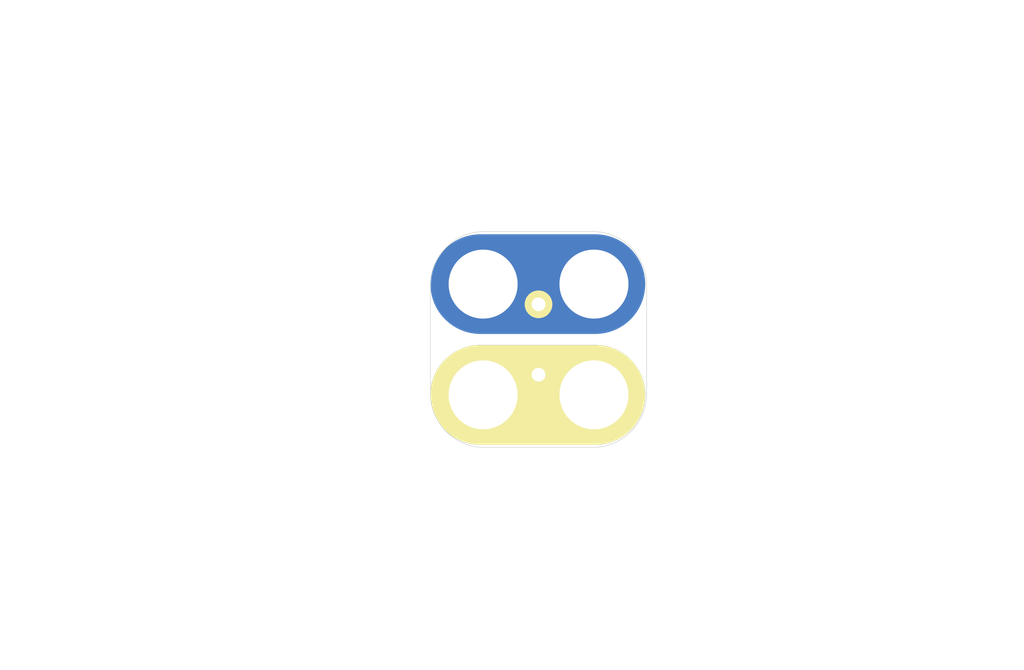
<source format=kicad_pcb>
(kicad_pcb (version 4) (host pcbnew 4.0.5-e0-6337~49~ubuntu16.04.1)

  (general
    (links 0)
    (no_connects 0)
    (area 104.572999 74.854999 178.510001 123.265001)
    (thickness 1.6)
    (drawings 17)
    (tracks 0)
    (zones 0)
    (modules 1)
    (nets 1)
  )

  (page USLetter)
  (title_block
    (title "2x2 All-Purpose 5mm Pitch Module")
    (date "13 Jan 2017")
    (rev 1.0)
    (company "All rights reserved.")
    (comment 1 help@browndoggadgets.com)
    (comment 2 http://browndoggadgets.com/)
    (comment 3 "Brown Dog Gadgets")
  )

  (layers
    (0 F.Cu signal)
    (31 B.Cu signal)
    (34 B.Paste user)
    (35 F.Paste user)
    (36 B.SilkS user)
    (37 F.SilkS user)
    (38 B.Mask user)
    (39 F.Mask user)
    (40 Dwgs.User user)
    (44 Edge.Cuts user)
    (46 B.CrtYd user)
    (47 F.CrtYd user)
    (48 B.Fab user)
    (49 F.Fab user)
  )

  (setup
    (last_trace_width 0.254)
    (user_trace_width 0.1524)
    (user_trace_width 0.254)
    (user_trace_width 0.3302)
    (user_trace_width 0.508)
    (user_trace_width 0.762)
    (user_trace_width 1.27)
    (trace_clearance 0.254)
    (zone_clearance 0.508)
    (zone_45_only no)
    (trace_min 0.1524)
    (segment_width 0.1524)
    (edge_width 0.1524)
    (via_size 0.6858)
    (via_drill 0.3302)
    (via_min_size 0.6858)
    (via_min_drill 0.3302)
    (user_via 0.6858 0.3302)
    (user_via 0.762 0.4064)
    (user_via 0.8636 0.508)
    (uvia_size 0.6858)
    (uvia_drill 0.3302)
    (uvias_allowed no)
    (uvia_min_size 0)
    (uvia_min_drill 0)
    (pcb_text_width 0.1524)
    (pcb_text_size 1.016 1.016)
    (mod_edge_width 0.1524)
    (mod_text_size 1.016 1.016)
    (mod_text_width 0.1524)
    (pad_size 1.524 1.524)
    (pad_drill 0.762)
    (pad_to_mask_clearance 0.0762)
    (solder_mask_min_width 0.1016)
    (pad_to_paste_clearance -0.0762)
    (aux_axis_origin 0 0)
    (visible_elements FFFEDF7D)
    (pcbplotparams
      (layerselection 0x310fc_80000001)
      (usegerberextensions true)
      (excludeedgelayer true)
      (linewidth 0.100000)
      (plotframeref false)
      (viasonmask false)
      (mode 1)
      (useauxorigin false)
      (hpglpennumber 1)
      (hpglpenspeed 20)
      (hpglpendiameter 15)
      (hpglpenoverlay 2)
      (psnegative false)
      (psa4output false)
      (plotreference true)
      (plotvalue true)
      (plotinvisibletext false)
      (padsonsilk false)
      (subtractmaskfromsilk false)
      (outputformat 1)
      (mirror false)
      (drillshape 0)
      (scaleselection 1)
      (outputdirectory gerbers))
  )

  (net 0 "")

  (net_class Default "This is the default net class."
    (clearance 0.254)
    (trace_width 0.254)
    (via_dia 0.6858)
    (via_drill 0.3302)
    (uvia_dia 0.6858)
    (uvia_drill 0.3302)
  )

  (module Crazy_Circuits:GENERIC-5MM-TH-2x2 (layer F.Cu) (tedit 587F2770) (tstamp 58795FF6)
    (at 139.446 103.378)
    (descr "2.54mm pitch through hole centered 2x2")
    (fp_text reference "GEN 5MM PITCH" (at 4.01 -4.02) (layer F.Fab)
      (effects (font (size 1 1) (thickness 0.15)))
    )
    (fp_text value GENERIC-TH-5MM (at 3.91 2.17) (layer F.Fab) hide
      (effects (font (size 1 1) (thickness 0.15)))
    )
    (fp_line (start -0.2 -8) (end 8.1 -8) (layer B.Cu) (width 7.2))
    (fp_line (start -0.2 0) (end 8.1 0) (layer B.Cu) (width 7.2))
    (fp_line (start -0.2 -8) (end 8.1 -8) (layer B.Mask) (width 7.2))
    (fp_line (start -0.2 0) (end 8.1 0) (layer B.Mask) (width 7.2))
    (fp_line (start 7.9 -11.8) (end 0.1 -11.8) (layer Edge.Cuts) (width 0.04064))
    (fp_line (start 7.9 3.8) (end 0.1 3.8) (layer Edge.Cuts) (width 0.04064))
    (fp_line (start 11.8 -0.1) (end 11.8 -7.9) (layer Edge.Cuts) (width 0.04064))
    (fp_line (start -3.8 -0.1) (end -3.8 -7.9) (layer Edge.Cuts) (width 0.04064))
    (fp_arc (start 7.9 -7.9) (end 7.9 -11.8) (angle 90) (layer Edge.Cuts) (width 0.04064))
    (fp_arc (start 7.9 -0.1) (end 11.8 -0.1) (angle 90) (layer Edge.Cuts) (width 0.04064))
    (fp_arc (start 0.1 -0.1) (end 0.1 3.8) (angle 90) (layer Edge.Cuts) (width 0.04064))
    (fp_arc (start 0.1 -7.9) (end -3.8 -7.9) (angle 90) (layer Edge.Cuts) (width 0.04064))
    (fp_line (start 7.9 -11.8) (end 0.1 -11.8) (layer F.Fab) (width 0.04064))
    (fp_line (start 7.9 3.8) (end 0.1 3.8) (layer F.Fab) (width 0.04064))
    (fp_line (start 11.8 -0.1) (end 11.8 -7.9) (layer F.Fab) (width 0.04064))
    (fp_line (start -3.8 -0.1) (end -3.8 -7.9) (layer F.Fab) (width 0.04064))
    (fp_arc (start 7.9 -7.9) (end 7.9 -11.8) (angle 90) (layer F.Fab) (width 0.04064))
    (fp_arc (start 7.9 -0.1) (end 11.8 -0.1) (angle 90) (layer F.Fab) (width 0.04064))
    (fp_arc (start 0.1 -0.1) (end 0.1 3.8) (angle 90) (layer F.Fab) (width 0.04064))
    (fp_arc (start 0.1 -7.9) (end -3.8 -7.9) (angle 90) (layer F.Fab) (width 0.04064))
    (fp_line (start -0.2 0) (end 8.1 0) (layer F.SilkS) (width 7.2))
    (pad 1 thru_hole circle (at 4 -6.54) (size 2 2) (drill 1.00076) (layers *.Cu *.Mask F.SilkS))
    (pad 2 thru_hole circle (at 4 -1.46 270) (size 1.9 1.9) (drill 1.00076) (layers *.Cu *.Mask F.SilkS))
    (pad 2 thru_hole circle (at 0 0) (size 6 6) (drill 4.98) (layers *.Cu *.Mask))
    (pad 1 thru_hole circle (at 0 -8) (size 6 6) (drill 4.98) (layers *.Cu *.Mask))
    (pad 1 thru_hole circle (at 8 -8) (size 6 6) (drill 4.98) (layers *.Cu *.Mask))
    (pad 2 thru_hole circle (at 8 0) (size 6 6) (drill 4.98) (layers *.Cu *.Mask))
  )

  (gr_circle (center 117.348 76.962) (end 118.618 76.962) (layer Dwgs.User) (width 0.15))
  (gr_line (start 114.427 78.994) (end 114.427 74.93) (angle 90) (layer Dwgs.User) (width 0.15))
  (gr_line (start 120.269 78.994) (end 114.427 78.994) (angle 90) (layer Dwgs.User) (width 0.15))
  (gr_line (start 120.269 74.93) (end 120.269 78.994) (angle 90) (layer Dwgs.User) (width 0.15))
  (gr_line (start 114.427 74.93) (end 120.269 74.93) (angle 90) (layer Dwgs.User) (width 0.15))
  (gr_line (start 120.523 93.98) (end 104.648 93.98) (angle 90) (layer Dwgs.User) (width 0.15))
  (gr_line (start 173.355 102.235) (end 173.355 94.615) (angle 90) (layer Dwgs.User) (width 0.15))
  (gr_line (start 178.435 102.235) (end 173.355 102.235) (angle 90) (layer Dwgs.User) (width 0.15))
  (gr_line (start 178.435 94.615) (end 178.435 102.235) (angle 90) (layer Dwgs.User) (width 0.15))
  (gr_line (start 173.355 94.615) (end 178.435 94.615) (angle 90) (layer Dwgs.User) (width 0.15))
  (gr_line (start 109.093 123.19) (end 109.093 114.3) (angle 90) (layer Dwgs.User) (width 0.15))
  (gr_line (start 122.428 123.19) (end 109.093 123.19) (angle 90) (layer Dwgs.User) (width 0.15))
  (gr_line (start 122.428 114.3) (end 122.428 123.19) (angle 90) (layer Dwgs.User) (width 0.15))
  (gr_line (start 109.093 114.3) (end 122.428 114.3) (angle 90) (layer Dwgs.User) (width 0.15))
  (gr_line (start 104.648 93.98) (end 104.648 82.55) (angle 90) (layer Dwgs.User) (width 0.15))
  (gr_line (start 120.523 82.55) (end 120.523 93.98) (angle 90) (layer Dwgs.User) (width 0.15))
  (gr_line (start 104.648 82.55) (end 120.523 82.55) (angle 90) (layer Dwgs.User) (width 0.15))

)

</source>
